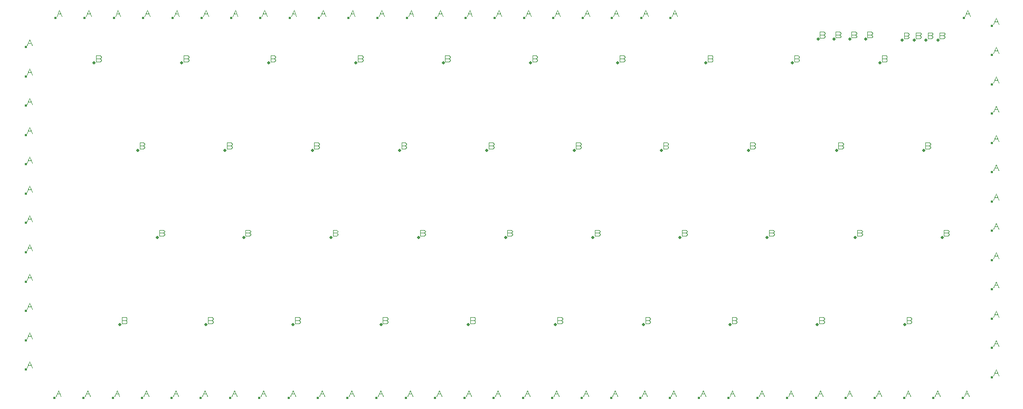
<source format=gbr>
G04 GENERATED BY PULSONIX 12.5 GERBER.DLL 9449*
G04 #@! TF.GenerationSoftware,Pulsonix,Pulsonix,12.5.9449*
G04 #@! TF.CreationDate,2024-10-04T20:04:24--1:00*
G04 #@! TF.Part,Single*
%FSLAX35Y35*%
%LPD*%
%MOMM*%
G04 #@! TF.FileFunction,Drillmap*
G04 #@! TF.FilePolarity,Positive*
G04 #@! TA.AperFunction,ViaPad*
%ADD102C,0.50000*%
G04 #@! TD.AperFunction*
%ADD103C,0.10000*%
G04 #@! TA.AperFunction,ViaPad*
%ADD104C,0.40000*%
G04 #@! TD.AperFunction*
X0Y0D02*
D02*
D102*
X2025000Y6025000D03*
X2438625Y1825000D03*
X2725000Y4625000D03*
X3041875Y3225000D03*
X3431250Y6025000D03*
X3819750Y1825000D03*
X4125000Y4625000D03*
X4423000Y3225000D03*
X4825000Y6025000D03*
X5216750Y1825000D03*
X5525000Y4625000D03*
X5825000Y3225000D03*
X6225000Y6025000D03*
X6625000Y1825000D03*
X6925000Y4625000D03*
X7225000Y3225000D03*
X7625000Y6025000D03*
X8026625Y1825000D03*
X8325000Y4625000D03*
X8625000Y3225000D03*
X9025000Y6025000D03*
X9425000Y1825000D03*
X9725000Y4625000D03*
X10025000Y3225000D03*
X10425000Y6025000D03*
X10836500Y1825000D03*
X11125000Y4625000D03*
X11423875Y3225000D03*
X11836625Y6025000D03*
X12225000Y1825000D03*
X12519250Y4625000D03*
X12820875Y3225000D03*
X13225000Y6025000D03*
X13625000Y1825000D03*
X13636000Y6406000D03*
X13890000Y6406250D03*
X13932125Y4625000D03*
X14144000Y6406250D03*
X14233750Y3225000D03*
X14398000Y6406250D03*
X14630625Y6025000D03*
X14985500Y6390375D03*
X15027500Y1825000D03*
X15176000Y6392000D03*
X15329125Y4625000D03*
X15366500Y6392000D03*
X15558000D03*
X15625000Y3225000D03*
D02*
D103*
X950800Y1133934D02*
X991976Y1232757D01*
X1033153Y1133934D01*
X967271Y1175110D02*
X1016682Y1175110D01*
X950800Y1603934D02*
X991976Y1702757D01*
X1033153Y1603934D01*
X967271Y1645110D02*
X1016682Y1645110D01*
X950800Y2073934D02*
X991976Y2172757D01*
X1033153Y2073934D01*
X967271Y2115110D02*
X1016682Y2115110D01*
X950800Y2543934D02*
X991976Y2642757D01*
X1033153Y2543934D01*
X967271Y2585110D02*
X1016682Y2585110D01*
X950800Y3013934D02*
X991976Y3112757D01*
X1033153Y3013934D01*
X967271Y3055110D02*
X1016682Y3055110D01*
X950800Y3483934D02*
X991976Y3582757D01*
X1033153Y3483934D01*
X967271Y3525110D02*
X1016682Y3525110D01*
X950800Y3953934D02*
X991976Y4052757D01*
X1033153Y3953934D01*
X967271Y3995110D02*
X1016682Y3995110D01*
X950800Y4423934D02*
X991976Y4522757D01*
X1033153Y4423934D01*
X967271Y4465110D02*
X1016682Y4465110D01*
X950800Y4893934D02*
X991976Y4992757D01*
X1033153Y4893934D01*
X967271Y4935110D02*
X1016682Y4935110D01*
X950800Y5363934D02*
X991976Y5462757D01*
X1033153Y5363934D01*
X967271Y5405110D02*
X1016682Y5405110D01*
X950800Y5833934D02*
X991976Y5932757D01*
X1033153Y5833934D01*
X967271Y5875110D02*
X1016682Y5875110D01*
X950800Y6303934D02*
X991976Y6402757D01*
X1033153Y6303934D01*
X967271Y6345110D02*
X1016682Y6345110D01*
X1410212Y675506D02*
X1451388Y774329D01*
X1492565Y675506D01*
X1426683Y716682D02*
X1476094Y716682D01*
X1425907Y6773906D02*
X1467083Y6872729D01*
X1508260Y6773906D01*
X1442378Y6815082D02*
X1491789Y6815082D01*
X1880212Y675506D02*
X1921388Y774329D01*
X1962565Y675506D01*
X1896683Y716682D02*
X1946094Y716682D01*
X1895907Y6773906D02*
X1937083Y6872729D01*
X1978260Y6773906D01*
X1912378Y6815082D02*
X1961789Y6815082D01*
X2112647Y6099118D02*
X2129118Y6090882D01*
X2137353Y6074412D01*
X2129118Y6057941D01*
X2112647Y6049706D01*
X2055000D01*
Y6148529D01*
X2112647D01*
X2129118Y6140294D01*
X2137353Y6123824D01*
X2129118Y6107353D01*
X2112647Y6099118D01*
X2055000D01*
X2350212Y675506D02*
X2391388Y774329D01*
X2432565Y675506D01*
X2366683Y716682D02*
X2416094Y716682D01*
X2365907Y6773906D02*
X2407083Y6872729D01*
X2448260Y6773906D01*
X2382378Y6815082D02*
X2431789Y6815082D01*
X2526272Y1899118D02*
X2542743Y1890882D01*
X2550978Y1874412D01*
X2542743Y1857941D01*
X2526272Y1849706D01*
X2468625D01*
Y1948529D01*
X2526272D01*
X2542743Y1940294D01*
X2550978Y1923824D01*
X2542743Y1907353D01*
X2526272Y1899118D01*
X2468625D01*
X2812647Y4699118D02*
X2829118Y4690882D01*
X2837353Y4674412D01*
X2829118Y4657941D01*
X2812647Y4649706D01*
X2755000D01*
Y4748529D01*
X2812647D01*
X2829118Y4740294D01*
X2837353Y4723824D01*
X2829118Y4707353D01*
X2812647Y4699118D01*
X2755000D01*
X2820212Y675506D02*
X2861388Y774329D01*
X2902565Y675506D01*
X2836683Y716682D02*
X2886094Y716682D01*
X2835907Y6773906D02*
X2877083Y6872729D01*
X2918260Y6773906D01*
X2852378Y6815082D02*
X2901789Y6815082D01*
X3129522Y3299118D02*
X3145993Y3290882D01*
X3154228Y3274412D01*
X3145993Y3257941D01*
X3129522Y3249706D01*
X3071875D01*
Y3348529D01*
X3129522D01*
X3145993Y3340294D01*
X3154228Y3323824D01*
X3145993Y3307353D01*
X3129522Y3299118D01*
X3071875D01*
X3290212Y675506D02*
X3331388Y774329D01*
X3372565Y675506D01*
X3306683Y716682D02*
X3356094Y716682D01*
X3305907Y6773906D02*
X3347083Y6872729D01*
X3388260Y6773906D01*
X3322378Y6815082D02*
X3371789Y6815082D01*
X3518897Y6099118D02*
X3535368Y6090882D01*
X3543603Y6074412D01*
X3535368Y6057941D01*
X3518897Y6049706D01*
X3461250D01*
Y6148529D01*
X3518897D01*
X3535368Y6140294D01*
X3543603Y6123824D01*
X3535368Y6107353D01*
X3518897Y6099118D01*
X3461250D01*
X3760212Y675506D02*
X3801388Y774329D01*
X3842565Y675506D01*
X3776683Y716682D02*
X3826094Y716682D01*
X3775907Y6773906D02*
X3817083Y6872729D01*
X3858260Y6773906D01*
X3792378Y6815082D02*
X3841789Y6815082D01*
X3907397Y1899118D02*
X3923868Y1890882D01*
X3932103Y1874412D01*
X3923868Y1857941D01*
X3907397Y1849706D01*
X3849750D01*
Y1948529D01*
X3907397D01*
X3923868Y1940294D01*
X3932103Y1923824D01*
X3923868Y1907353D01*
X3907397Y1899118D01*
X3849750D01*
X4212647Y4699118D02*
X4229118Y4690882D01*
X4237353Y4674412D01*
X4229118Y4657941D01*
X4212647Y4649706D01*
X4155000D01*
Y4748529D01*
X4212647D01*
X4229118Y4740294D01*
X4237353Y4723824D01*
X4229118Y4707353D01*
X4212647Y4699118D01*
X4155000D01*
X4230212Y675506D02*
X4271388Y774329D01*
X4312565Y675506D01*
X4246683Y716682D02*
X4296094Y716682D01*
X4245907Y6773906D02*
X4287083Y6872729D01*
X4328260Y6773906D01*
X4262378Y6815082D02*
X4311789Y6815082D01*
X4510647Y3299118D02*
X4527118Y3290882D01*
X4535353Y3274412D01*
X4527118Y3257941D01*
X4510647Y3249706D01*
X4453000D01*
Y3348529D01*
X4510647D01*
X4527118Y3340294D01*
X4535353Y3323824D01*
X4527118Y3307353D01*
X4510647Y3299118D01*
X4453000D01*
X4700212Y675506D02*
X4741388Y774329D01*
X4782565Y675506D01*
X4716683Y716682D02*
X4766094Y716682D01*
X4715907Y6773906D02*
X4757083Y6872729D01*
X4798260Y6773906D01*
X4732378Y6815082D02*
X4781789Y6815082D01*
X4912647Y6099118D02*
X4929118Y6090882D01*
X4937353Y6074412D01*
X4929118Y6057941D01*
X4912647Y6049706D01*
X4855000D01*
Y6148529D01*
X4912647D01*
X4929118Y6140294D01*
X4937353Y6123824D01*
X4929118Y6107353D01*
X4912647Y6099118D01*
X4855000D01*
X5170212Y675506D02*
X5211388Y774329D01*
X5252565Y675506D01*
X5186683Y716682D02*
X5236094Y716682D01*
X5185907Y6773906D02*
X5227083Y6872729D01*
X5268260Y6773906D01*
X5202378Y6815082D02*
X5251789Y6815082D01*
X5304397Y1899118D02*
X5320868Y1890882D01*
X5329103Y1874412D01*
X5320868Y1857941D01*
X5304397Y1849706D01*
X5246750D01*
Y1948529D01*
X5304397D01*
X5320868Y1940294D01*
X5329103Y1923824D01*
X5320868Y1907353D01*
X5304397Y1899118D01*
X5246750D01*
X5612647Y4699118D02*
X5629118Y4690882D01*
X5637353Y4674412D01*
X5629118Y4657941D01*
X5612647Y4649706D01*
X5555000D01*
Y4748529D01*
X5612647D01*
X5629118Y4740294D01*
X5637353Y4723824D01*
X5629118Y4707353D01*
X5612647Y4699118D01*
X5555000D01*
X5640212Y675506D02*
X5681388Y774329D01*
X5722565Y675506D01*
X5656683Y716682D02*
X5706094Y716682D01*
X5655907Y6773906D02*
X5697083Y6872729D01*
X5738260Y6773906D01*
X5672378Y6815082D02*
X5721789Y6815082D01*
X5912647Y3299118D02*
X5929118Y3290882D01*
X5937353Y3274412D01*
X5929118Y3257941D01*
X5912647Y3249706D01*
X5855000D01*
Y3348529D01*
X5912647D01*
X5929118Y3340294D01*
X5937353Y3323824D01*
X5929118Y3307353D01*
X5912647Y3299118D01*
X5855000D01*
X6110212Y675506D02*
X6151388Y774329D01*
X6192565Y675506D01*
X6126683Y716682D02*
X6176094Y716682D01*
X6125907Y6773906D02*
X6167083Y6872729D01*
X6208260Y6773906D01*
X6142378Y6815082D02*
X6191789Y6815082D01*
X6312647Y6099118D02*
X6329118Y6090882D01*
X6337353Y6074412D01*
X6329118Y6057941D01*
X6312647Y6049706D01*
X6255000D01*
Y6148529D01*
X6312647D01*
X6329118Y6140294D01*
X6337353Y6123824D01*
X6329118Y6107353D01*
X6312647Y6099118D01*
X6255000D01*
X6580212Y675506D02*
X6621388Y774329D01*
X6662565Y675506D01*
X6596683Y716682D02*
X6646094Y716682D01*
X6595907Y6773906D02*
X6637083Y6872729D01*
X6678260Y6773906D01*
X6612378Y6815082D02*
X6661789Y6815082D01*
X6712647Y1899118D02*
X6729118Y1890882D01*
X6737353Y1874412D01*
X6729118Y1857941D01*
X6712647Y1849706D01*
X6655000D01*
Y1948529D01*
X6712647D01*
X6729118Y1940294D01*
X6737353Y1923824D01*
X6729118Y1907353D01*
X6712647Y1899118D01*
X6655000D01*
X7012647Y4699118D02*
X7029118Y4690882D01*
X7037353Y4674412D01*
X7029118Y4657941D01*
X7012647Y4649706D01*
X6955000D01*
Y4748529D01*
X7012647D01*
X7029118Y4740294D01*
X7037353Y4723824D01*
X7029118Y4707353D01*
X7012647Y4699118D01*
X6955000D01*
X7050212Y675506D02*
X7091388Y774329D01*
X7132565Y675506D01*
X7066683Y716682D02*
X7116094Y716682D01*
X7065907Y6773906D02*
X7107083Y6872729D01*
X7148260Y6773906D01*
X7082378Y6815082D02*
X7131789Y6815082D01*
X7312647Y3299118D02*
X7329118Y3290882D01*
X7337353Y3274412D01*
X7329118Y3257941D01*
X7312647Y3249706D01*
X7255000D01*
Y3348529D01*
X7312647D01*
X7329118Y3340294D01*
X7337353Y3323824D01*
X7329118Y3307353D01*
X7312647Y3299118D01*
X7255000D01*
X7520212Y675506D02*
X7561388Y774329D01*
X7602565Y675506D01*
X7536683Y716682D02*
X7586094Y716682D01*
X7535907Y6773906D02*
X7577083Y6872729D01*
X7618260Y6773906D01*
X7552378Y6815082D02*
X7601789Y6815082D01*
X7712647Y6099118D02*
X7729118Y6090882D01*
X7737353Y6074412D01*
X7729118Y6057941D01*
X7712647Y6049706D01*
X7655000D01*
Y6148529D01*
X7712647D01*
X7729118Y6140294D01*
X7737353Y6123824D01*
X7729118Y6107353D01*
X7712647Y6099118D01*
X7655000D01*
X7990212Y675506D02*
X8031388Y774329D01*
X8072565Y675506D01*
X8006683Y716682D02*
X8056094Y716682D01*
X8005907Y6773906D02*
X8047083Y6872729D01*
X8088260Y6773906D01*
X8022378Y6815082D02*
X8071789Y6815082D01*
X8114272Y1899118D02*
X8130743Y1890882D01*
X8138978Y1874412D01*
X8130743Y1857941D01*
X8114272Y1849706D01*
X8056625D01*
Y1948529D01*
X8114272D01*
X8130743Y1940294D01*
X8138978Y1923824D01*
X8130743Y1907353D01*
X8114272Y1899118D01*
X8056625D01*
X8412647Y4699118D02*
X8429118Y4690882D01*
X8437353Y4674412D01*
X8429118Y4657941D01*
X8412647Y4649706D01*
X8355000D01*
Y4748529D01*
X8412647D01*
X8429118Y4740294D01*
X8437353Y4723824D01*
X8429118Y4707353D01*
X8412647Y4699118D01*
X8355000D01*
X8460212Y675506D02*
X8501388Y774329D01*
X8542565Y675506D01*
X8476683Y716682D02*
X8526094Y716682D01*
X8475907Y6773906D02*
X8517083Y6872729D01*
X8558260Y6773906D01*
X8492378Y6815082D02*
X8541789Y6815082D01*
X8712647Y3299118D02*
X8729118Y3290882D01*
X8737353Y3274412D01*
X8729118Y3257941D01*
X8712647Y3249706D01*
X8655000D01*
Y3348529D01*
X8712647D01*
X8729118Y3340294D01*
X8737353Y3323824D01*
X8729118Y3307353D01*
X8712647Y3299118D01*
X8655000D01*
X8930212Y675506D02*
X8971388Y774329D01*
X9012565Y675506D01*
X8946683Y716682D02*
X8996094Y716682D01*
X8945907Y6773906D02*
X8987083Y6872729D01*
X9028260Y6773906D01*
X8962378Y6815082D02*
X9011789Y6815082D01*
X9112647Y6099118D02*
X9129118Y6090882D01*
X9137353Y6074412D01*
X9129118Y6057941D01*
X9112647Y6049706D01*
X9055000D01*
Y6148529D01*
X9112647D01*
X9129118Y6140294D01*
X9137353Y6123824D01*
X9129118Y6107353D01*
X9112647Y6099118D01*
X9055000D01*
X9400212Y675506D02*
X9441388Y774329D01*
X9482565Y675506D01*
X9416683Y716682D02*
X9466094Y716682D01*
X9415907Y6773906D02*
X9457083Y6872729D01*
X9498260Y6773906D01*
X9432378Y6815082D02*
X9481789Y6815082D01*
X9512647Y1899118D02*
X9529118Y1890882D01*
X9537353Y1874412D01*
X9529118Y1857941D01*
X9512647Y1849706D01*
X9455000D01*
Y1948529D01*
X9512647D01*
X9529118Y1940294D01*
X9537353Y1923824D01*
X9529118Y1907353D01*
X9512647Y1899118D01*
X9455000D01*
X9812647Y4699118D02*
X9829118Y4690882D01*
X9837353Y4674412D01*
X9829118Y4657941D01*
X9812647Y4649706D01*
X9755000D01*
Y4748529D01*
X9812647D01*
X9829118Y4740294D01*
X9837353Y4723824D01*
X9829118Y4707353D01*
X9812647Y4699118D01*
X9755000D01*
X9870212Y675506D02*
X9911388Y774329D01*
X9952565Y675506D01*
X9886683Y716682D02*
X9936094Y716682D01*
X9885907Y6773906D02*
X9927083Y6872729D01*
X9968260Y6773906D01*
X9902378Y6815082D02*
X9951789Y6815082D01*
X10112647Y3299118D02*
X10129118Y3290882D01*
X10137353Y3274412D01*
X10129118Y3257941D01*
X10112647Y3249706D01*
X10055000D01*
Y3348529D01*
X10112647D01*
X10129118Y3340294D01*
X10137353Y3323824D01*
X10129118Y3307353D01*
X10112647Y3299118D01*
X10055000D01*
X10340212Y675506D02*
X10381388Y774329D01*
X10422565Y675506D01*
X10356683Y716682D02*
X10406094Y716682D01*
X10355907Y6773906D02*
X10397083Y6872729D01*
X10438260Y6773906D01*
X10372378Y6815082D02*
X10421789Y6815082D01*
X10512647Y6099118D02*
X10529118Y6090882D01*
X10537353Y6074412D01*
X10529118Y6057941D01*
X10512647Y6049706D01*
X10455000D01*
Y6148529D01*
X10512647D01*
X10529118Y6140294D01*
X10537353Y6123824D01*
X10529118Y6107353D01*
X10512647Y6099118D01*
X10455000D01*
X10810212Y675506D02*
X10851388Y774329D01*
X10892565Y675506D01*
X10826683Y716682D02*
X10876094Y716682D01*
X10825907Y6773906D02*
X10867083Y6872729D01*
X10908260Y6773906D01*
X10842378Y6815082D02*
X10891789Y6815082D01*
X10924147Y1899118D02*
X10940618Y1890882D01*
X10948853Y1874412D01*
X10940618Y1857941D01*
X10924147Y1849706D01*
X10866500D01*
Y1948529D01*
X10924147D01*
X10940618Y1940294D01*
X10948853Y1923824D01*
X10940618Y1907353D01*
X10924147Y1899118D01*
X10866500D01*
X11212647Y4699118D02*
X11229118Y4690882D01*
X11237353Y4674412D01*
X11229118Y4657941D01*
X11212647Y4649706D01*
X11155000D01*
Y4748529D01*
X11212647D01*
X11229118Y4740294D01*
X11237353Y4723824D01*
X11229118Y4707353D01*
X11212647Y4699118D01*
X11155000D01*
X11280212Y675506D02*
X11321388Y774329D01*
X11362565Y675506D01*
X11296683Y716682D02*
X11346094Y716682D01*
X11295907Y6773906D02*
X11337083Y6872729D01*
X11378260Y6773906D01*
X11312378Y6815082D02*
X11361789Y6815082D01*
X11511522Y3299118D02*
X11527993Y3290882D01*
X11536228Y3274412D01*
X11527993Y3257941D01*
X11511522Y3249706D01*
X11453875D01*
Y3348529D01*
X11511522D01*
X11527993Y3340294D01*
X11536228Y3323824D01*
X11527993Y3307353D01*
X11511522Y3299118D01*
X11453875D01*
X11750212Y675506D02*
X11791388Y774329D01*
X11832565Y675506D01*
X11766683Y716682D02*
X11816094Y716682D01*
X11924272Y6099118D02*
X11940743Y6090882D01*
X11948978Y6074412D01*
X11940743Y6057941D01*
X11924272Y6049706D01*
X11866625D01*
Y6148529D01*
X11924272D01*
X11940743Y6140294D01*
X11948978Y6123824D01*
X11940743Y6107353D01*
X11924272Y6099118D01*
X11866625D01*
X12220212Y675506D02*
X12261388Y774329D01*
X12302565Y675506D01*
X12236683Y716682D02*
X12286094Y716682D01*
X12312647Y1899118D02*
X12329118Y1890882D01*
X12337353Y1874412D01*
X12329118Y1857941D01*
X12312647Y1849706D01*
X12255000D01*
Y1948529D01*
X12312647D01*
X12329118Y1940294D01*
X12337353Y1923824D01*
X12329118Y1907353D01*
X12312647Y1899118D01*
X12255000D01*
X12606897Y4699118D02*
X12623368Y4690882D01*
X12631603Y4674412D01*
X12623368Y4657941D01*
X12606897Y4649706D01*
X12549250D01*
Y4748529D01*
X12606897D01*
X12623368Y4740294D01*
X12631603Y4723824D01*
X12623368Y4707353D01*
X12606897Y4699118D01*
X12549250D01*
X12690212Y675506D02*
X12731388Y774329D01*
X12772565Y675506D01*
X12706683Y716682D02*
X12756094Y716682D01*
X12908522Y3299118D02*
X12924993Y3290882D01*
X12933228Y3274412D01*
X12924993Y3257941D01*
X12908522Y3249706D01*
X12850875D01*
Y3348529D01*
X12908522D01*
X12924993Y3340294D01*
X12933228Y3323824D01*
X12924993Y3307353D01*
X12908522Y3299118D01*
X12850875D01*
X13160212Y675506D02*
X13201388Y774329D01*
X13242565Y675506D01*
X13176683Y716682D02*
X13226094Y716682D01*
X13312647Y6099118D02*
X13329118Y6090882D01*
X13337353Y6074412D01*
X13329118Y6057941D01*
X13312647Y6049706D01*
X13255000D01*
Y6148529D01*
X13312647D01*
X13329118Y6140294D01*
X13337353Y6123824D01*
X13329118Y6107353D01*
X13312647Y6099118D01*
X13255000D01*
X13630212Y675506D02*
X13671388Y774329D01*
X13712565Y675506D01*
X13646683Y716682D02*
X13696094Y716682D01*
X13712647Y1899118D02*
X13729118Y1890882D01*
X13737353Y1874412D01*
X13729118Y1857941D01*
X13712647Y1849706D01*
X13655000D01*
Y1948529D01*
X13712647D01*
X13729118Y1940294D01*
X13737353Y1923824D01*
X13729118Y1907353D01*
X13712647Y1899118D01*
X13655000D01*
X13723647Y6480118D02*
X13740118Y6471882D01*
X13748353Y6455412D01*
X13740118Y6438941D01*
X13723647Y6430706D01*
X13666000D01*
Y6529529D01*
X13723647D01*
X13740118Y6521294D01*
X13748353Y6504824D01*
X13740118Y6488353D01*
X13723647Y6480118D01*
X13666000D01*
X13977647Y6480368D02*
X13994118Y6472132D01*
X14002353Y6455662D01*
X13994118Y6439191D01*
X13977647Y6430956D01*
X13920000D01*
Y6529779D01*
X13977647D01*
X13994118Y6521544D01*
X14002353Y6505074D01*
X13994118Y6488603D01*
X13977647Y6480368D01*
X13920000D01*
X14019772Y4699118D02*
X14036243Y4690882D01*
X14044478Y4674412D01*
X14036243Y4657941D01*
X14019772Y4649706D01*
X13962125D01*
Y4748529D01*
X14019772D01*
X14036243Y4740294D01*
X14044478Y4723824D01*
X14036243Y4707353D01*
X14019772Y4699118D01*
X13962125D01*
X14100212Y675506D02*
X14141388Y774329D01*
X14182565Y675506D01*
X14116683Y716682D02*
X14166094Y716682D01*
X14231647Y6480368D02*
X14248118Y6472132D01*
X14256353Y6455662D01*
X14248118Y6439191D01*
X14231647Y6430956D01*
X14174000D01*
Y6529779D01*
X14231647D01*
X14248118Y6521544D01*
X14256353Y6505074D01*
X14248118Y6488603D01*
X14231647Y6480368D01*
X14174000D01*
X14321397Y3299118D02*
X14337868Y3290882D01*
X14346103Y3274412D01*
X14337868Y3257941D01*
X14321397Y3249706D01*
X14263750D01*
Y3348529D01*
X14321397D01*
X14337868Y3340294D01*
X14346103Y3323824D01*
X14337868Y3307353D01*
X14321397Y3299118D01*
X14263750D01*
X14485647Y6480368D02*
X14502118Y6472132D01*
X14510353Y6455662D01*
X14502118Y6439191D01*
X14485647Y6430956D01*
X14428000D01*
Y6529779D01*
X14485647D01*
X14502118Y6521544D01*
X14510353Y6505074D01*
X14502118Y6488603D01*
X14485647Y6480368D01*
X14428000D01*
X14570212Y675506D02*
X14611388Y774329D01*
X14652565Y675506D01*
X14586683Y716682D02*
X14636094Y716682D01*
X14718272Y6099118D02*
X14734743Y6090882D01*
X14742978Y6074412D01*
X14734743Y6057941D01*
X14718272Y6049706D01*
X14660625D01*
Y6148529D01*
X14718272D01*
X14734743Y6140294D01*
X14742978Y6123824D01*
X14734743Y6107353D01*
X14718272Y6099118D01*
X14660625D01*
X15073147Y6464493D02*
X15089618Y6456257D01*
X15097853Y6439787D01*
X15089618Y6423316D01*
X15073147Y6415081D01*
X15015500D01*
Y6513904D01*
X15073147D01*
X15089618Y6505669D01*
X15097853Y6489199D01*
X15089618Y6472728D01*
X15073147Y6464493D01*
X15015500D01*
X15040212Y675506D02*
X15081388Y774329D01*
X15122565Y675506D01*
X15056683Y716682D02*
X15106094Y716682D01*
X15115147Y1899118D02*
X15131618Y1890882D01*
X15139853Y1874412D01*
X15131618Y1857941D01*
X15115147Y1849706D01*
X15057500D01*
Y1948529D01*
X15115147D01*
X15131618Y1940294D01*
X15139853Y1923824D01*
X15131618Y1907353D01*
X15115147Y1899118D01*
X15057500D01*
X15263647Y6466118D02*
X15280118Y6457882D01*
X15288353Y6441412D01*
X15280118Y6424941D01*
X15263647Y6416706D01*
X15206000D01*
Y6515529D01*
X15263647D01*
X15280118Y6507294D01*
X15288353Y6490824D01*
X15280118Y6474353D01*
X15263647Y6466118D01*
X15206000D01*
X15416772Y4699118D02*
X15433243Y4690882D01*
X15441478Y4674412D01*
X15433243Y4657941D01*
X15416772Y4649706D01*
X15359125D01*
Y4748529D01*
X15416772D01*
X15433243Y4740294D01*
X15441478Y4723824D01*
X15433243Y4707353D01*
X15416772Y4699118D01*
X15359125D01*
X15454147Y6466118D02*
X15470618Y6457882D01*
X15478853Y6441412D01*
X15470618Y6424941D01*
X15454147Y6416706D01*
X15396500D01*
Y6515529D01*
X15454147D01*
X15470618Y6507294D01*
X15478853Y6490824D01*
X15470618Y6474353D01*
X15454147Y6466118D01*
X15396500D01*
X15510212Y675506D02*
X15551388Y774329D01*
X15592565Y675506D01*
X15526683Y716682D02*
X15576094Y716682D01*
X15645647Y6466118D02*
X15662118Y6457882D01*
X15670353Y6441412D01*
X15662118Y6424941D01*
X15645647Y6416706D01*
X15588000D01*
Y6515529D01*
X15645647D01*
X15662118Y6507294D01*
X15670353Y6490824D01*
X15662118Y6474353D01*
X15645647Y6466118D01*
X15588000D01*
X15712647Y3299118D02*
X15729118Y3290882D01*
X15737353Y3274412D01*
X15729118Y3257941D01*
X15712647Y3249706D01*
X15655000D01*
Y3348529D01*
X15712647D01*
X15729118Y3340294D01*
X15737353Y3323824D01*
X15729118Y3307353D01*
X15712647Y3299118D01*
X15655000D01*
X15980212Y675506D02*
X16021388Y774329D01*
X16062565Y675506D01*
X15996683Y716682D02*
X16046094Y716682D01*
X15995907Y6773906D02*
X16037083Y6872729D01*
X16078260Y6773906D01*
X16012378Y6815082D02*
X16061789Y6815082D01*
X16449200Y1009706D02*
X16490376Y1108529D01*
X16531553Y1009706D01*
X16465671Y1050882D02*
X16515082Y1050882D01*
X16449200Y1479706D02*
X16490376Y1578529D01*
X16531553Y1479706D01*
X16465671Y1520882D02*
X16515082Y1520882D01*
X16449200Y1949706D02*
X16490376Y2048529D01*
X16531553Y1949706D01*
X16465671Y1990882D02*
X16515082Y1990882D01*
X16449200Y2419706D02*
X16490376Y2518529D01*
X16531553Y2419706D01*
X16465671Y2460882D02*
X16515082Y2460882D01*
X16449200Y2889706D02*
X16490376Y2988529D01*
X16531553Y2889706D01*
X16465671Y2930882D02*
X16515082Y2930882D01*
X16449200Y3359706D02*
X16490376Y3458529D01*
X16531553Y3359706D01*
X16465671Y3400882D02*
X16515082Y3400882D01*
X16449200Y3829706D02*
X16490376Y3928529D01*
X16531553Y3829706D01*
X16465671Y3870882D02*
X16515082Y3870882D01*
X16449200Y4299706D02*
X16490376Y4398529D01*
X16531553Y4299706D01*
X16465671Y4340882D02*
X16515082Y4340882D01*
X16449200Y4769706D02*
X16490376Y4868529D01*
X16531553Y4769706D01*
X16465671Y4810882D02*
X16515082Y4810882D01*
X16449200Y5239706D02*
X16490376Y5338529D01*
X16531553Y5239706D01*
X16465671Y5280882D02*
X16515082Y5280882D01*
X16449200Y5709706D02*
X16490376Y5808529D01*
X16531553Y5709706D01*
X16465671Y5750882D02*
X16515082Y5750882D01*
X16449200Y6179706D02*
X16490376Y6278529D01*
X16531553Y6179706D01*
X16465671Y6220882D02*
X16515082Y6220882D01*
X16449200Y6649706D02*
X16490376Y6748529D01*
X16531553Y6649706D01*
X16465671Y6690882D02*
X16515082Y6690882D01*
D02*
D104*
X925800Y1109228D03*
Y1579228D03*
Y2049228D03*
Y2519228D03*
Y2989228D03*
Y3459228D03*
Y3929228D03*
Y4399228D03*
Y4869228D03*
Y5339228D03*
Y5809228D03*
Y6279228D03*
X1385212Y650800D03*
X1400907Y6749200D03*
X1855212Y650800D03*
X1870907Y6749200D03*
X2325212Y650800D03*
X2340907Y6749200D03*
X2795212Y650800D03*
X2810907Y6749200D03*
X3265212Y650800D03*
X3280907Y6749200D03*
X3735212Y650800D03*
X3750907Y6749200D03*
X4205212Y650800D03*
X4220907Y6749200D03*
X4675212Y650800D03*
X4690907Y6749200D03*
X5145212Y650800D03*
X5160907Y6749200D03*
X5615212Y650800D03*
X5630907Y6749200D03*
X6085212Y650800D03*
X6100907Y6749200D03*
X6555212Y650800D03*
X6570907Y6749200D03*
X7025212Y650800D03*
X7040907Y6749200D03*
X7495212Y650800D03*
X7510907Y6749200D03*
X7965212Y650800D03*
X7980907Y6749200D03*
X8435212Y650800D03*
X8450907Y6749200D03*
X8905212Y650800D03*
X8920907Y6749200D03*
X9375212Y650800D03*
X9390907Y6749200D03*
X9845212Y650800D03*
X9860907Y6749200D03*
X10315212Y650800D03*
X10330907Y6749200D03*
X10785212Y650800D03*
X10800907Y6749200D03*
X11255212Y650800D03*
X11270907Y6749200D03*
X11725212Y650800D03*
X12195212D03*
X12665212D03*
X13135212D03*
X13605212D03*
X14075212D03*
X14545212D03*
X15015212D03*
X15485212D03*
X15955212D03*
X15970907Y6749200D03*
X16424200Y985000D03*
Y1455000D03*
Y1925000D03*
Y2395000D03*
Y2865000D03*
Y3335000D03*
Y3805000D03*
Y4275000D03*
Y4745000D03*
Y5215000D03*
Y5685000D03*
Y6155000D03*
Y6625000D03*
X0Y0D02*
M02*

</source>
